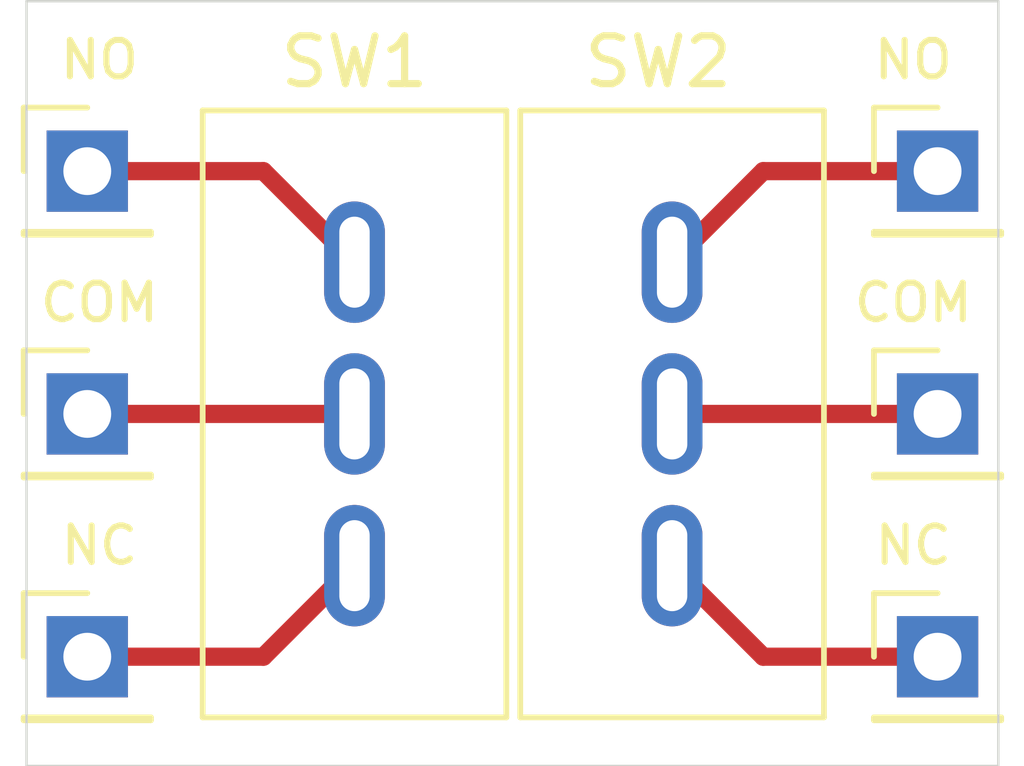
<source format=kicad_pcb>
(kicad_pcb (version 20171130) (host pcbnew "(5.1.10)-1")

  (general
    (thickness 1.6)
    (drawings 4)
    (tracks 10)
    (zones 0)
    (modules 8)
    (nets 7)
  )

  (page A4)
  (layers
    (0 F.Cu signal)
    (31 B.Cu signal)
    (32 B.Adhes user hide)
    (33 F.Adhes user hide)
    (34 B.Paste user hide)
    (35 F.Paste user hide)
    (36 B.SilkS user)
    (37 F.SilkS user)
    (38 B.Mask user)
    (39 F.Mask user)
    (40 Dwgs.User user hide)
    (41 Cmts.User user hide)
    (42 Eco1.User user hide)
    (43 Eco2.User user hide)
    (44 Edge.Cuts user)
    (45 Margin user hide)
    (46 B.CrtYd user hide)
    (47 F.CrtYd user hide)
    (48 B.Fab user hide)
    (49 F.Fab user hide)
  )

  (setup
    (last_trace_width 0.381)
    (trace_clearance 0.381)
    (zone_clearance 0.508)
    (zone_45_only no)
    (trace_min 0.2)
    (via_size 0.8)
    (via_drill 0.4)
    (via_min_size 0.4)
    (via_min_drill 0.3)
    (uvia_size 0.3)
    (uvia_drill 0.1)
    (uvias_allowed no)
    (uvia_min_size 0.2)
    (uvia_min_drill 0.1)
    (edge_width 0.05)
    (segment_width 0.2)
    (pcb_text_width 0.3)
    (pcb_text_size 1.5 1.5)
    (mod_edge_width 0.12)
    (mod_text_size 1 1)
    (mod_text_width 0.15)
    (pad_size 1.524 1.524)
    (pad_drill 0.762)
    (pad_to_mask_clearance 0)
    (aux_axis_origin 0 0)
    (visible_elements 7FFFFFFF)
    (pcbplotparams
      (layerselection 0x010e0_ffffffff)
      (usegerberextensions false)
      (usegerberattributes true)
      (usegerberadvancedattributes true)
      (creategerberjobfile true)
      (excludeedgelayer true)
      (linewidth 0.100000)
      (plotframeref false)
      (viasonmask false)
      (mode 1)
      (useauxorigin false)
      (hpglpennumber 1)
      (hpglpenspeed 20)
      (hpglpendiameter 15.000000)
      (psnegative false)
      (psa4output false)
      (plotreference true)
      (plotvalue true)
      (plotinvisibletext false)
      (padsonsilk false)
      (subtractmaskfromsilk false)
      (outputformat 1)
      (mirror false)
      (drillshape 0)
      (scaleselection 1)
      (outputdirectory "Gerbers"))
  )

  (net 0 "")
  (net 1 "Net-(COM1-Pad1)")
  (net 2 "Net-(COM2-Pad1)")
  (net 3 "Net-(NC1-Pad1)")
  (net 4 "Net-(NC2-Pad1)")
  (net 5 "Net-(NO1-Pad1)")
  (net 6 "Net-(NO2-Pad1)")

  (net_class Default "This is the default net class."
    (clearance 0.381)
    (trace_width 0.381)
    (via_dia 0.8)
    (via_drill 0.4)
    (uvia_dia 0.3)
    (uvia_drill 0.1)
    (add_net "Net-(COM1-Pad1)")
    (add_net "Net-(COM2-Pad1)")
    (add_net "Net-(NC1-Pad1)")
    (add_net "Net-(NC2-Pad1)")
    (add_net "Net-(NO1-Pad1)")
    (add_net "Net-(NO2-Pad1)")
  )

  (module Connector_PinHeader_2.54mm:PinHeader_1x01_P2.54mm_Vertical (layer F.Cu) (tedit 59FED5CC) (tstamp 6134D671)
    (at 135.636 88.138)
    (descr "Through hole straight pin header, 1x01, 2.54mm pitch, single row")
    (tags "Through hole pin header THT 1x01 2.54mm single row")
    (path /613552A8)
    (fp_text reference COM (at 0.254 -2.33) (layer F.SilkS)
      (effects (font (size 0.762 0.762) (thickness 0.127)))
    )
    (fp_text value Conn_01x01_Male (at 0 2.33) (layer F.Fab)
      (effects (font (size 1 1) (thickness 0.15)))
    )
    (fp_line (start -0.635 -1.27) (end 1.27 -1.27) (layer F.Fab) (width 0.1))
    (fp_line (start 1.27 -1.27) (end 1.27 1.27) (layer F.Fab) (width 0.1))
    (fp_line (start 1.27 1.27) (end -1.27 1.27) (layer F.Fab) (width 0.1))
    (fp_line (start -1.27 1.27) (end -1.27 -0.635) (layer F.Fab) (width 0.1))
    (fp_line (start -1.27 -0.635) (end -0.635 -1.27) (layer F.Fab) (width 0.1))
    (fp_line (start -1.33 1.33) (end 1.33 1.33) (layer F.SilkS) (width 0.12))
    (fp_line (start -1.33 1.27) (end -1.33 1.33) (layer F.SilkS) (width 0.12))
    (fp_line (start 1.33 1.27) (end 1.33 1.33) (layer F.SilkS) (width 0.12))
    (fp_line (start -1.33 1.27) (end 1.33 1.27) (layer F.SilkS) (width 0.12))
    (fp_line (start -1.33 0) (end -1.33 -1.33) (layer F.SilkS) (width 0.12))
    (fp_line (start -1.33 -1.33) (end 0 -1.33) (layer F.SilkS) (width 0.12))
    (fp_line (start -1.8 -1.8) (end -1.8 1.8) (layer F.CrtYd) (width 0.05))
    (fp_line (start -1.8 1.8) (end 1.8 1.8) (layer F.CrtYd) (width 0.05))
    (fp_line (start 1.8 1.8) (end 1.8 -1.8) (layer F.CrtYd) (width 0.05))
    (fp_line (start 1.8 -1.8) (end -1.8 -1.8) (layer F.CrtYd) (width 0.05))
    (fp_text user %R (at 0 0 90) (layer F.Fab)
      (effects (font (size 1 1) (thickness 0.15)))
    )
    (pad 1 thru_hole rect (at 0 0) (size 1.7 1.7) (drill 1) (layers *.Cu *.Mask)
      (net 1 "Net-(COM1-Pad1)"))
    (model ${KISYS3DMOD}/Connector_PinHeader_2.54mm.3dshapes/PinHeader_1x01_P2.54mm_Vertical.wrl
      (at (xyz 0 0 0))
      (scale (xyz 1 1 1))
      (rotate (xyz 0 0 0))
    )
  )

  (module Connector_PinHeader_2.54mm:PinHeader_1x01_P2.54mm_Vertical (layer F.Cu) (tedit 59FED5CC) (tstamp 6134D119)
    (at 153.416 88.138)
    (descr "Through hole straight pin header, 1x01, 2.54mm pitch, single row")
    (tags "Through hole pin header THT 1x01 2.54mm single row")
    (path /613552B2)
    (fp_text reference COM (at -0.508 -2.33) (layer F.SilkS)
      (effects (font (size 0.762 0.762) (thickness 0.127)))
    )
    (fp_text value Conn_01x01_Male (at 0 2.33) (layer F.Fab)
      (effects (font (size 1 1) (thickness 0.15)))
    )
    (fp_line (start 1.8 -1.8) (end -1.8 -1.8) (layer F.CrtYd) (width 0.05))
    (fp_line (start 1.8 1.8) (end 1.8 -1.8) (layer F.CrtYd) (width 0.05))
    (fp_line (start -1.8 1.8) (end 1.8 1.8) (layer F.CrtYd) (width 0.05))
    (fp_line (start -1.8 -1.8) (end -1.8 1.8) (layer F.CrtYd) (width 0.05))
    (fp_line (start -1.33 -1.33) (end 0 -1.33) (layer F.SilkS) (width 0.12))
    (fp_line (start -1.33 0) (end -1.33 -1.33) (layer F.SilkS) (width 0.12))
    (fp_line (start -1.33 1.27) (end 1.33 1.27) (layer F.SilkS) (width 0.12))
    (fp_line (start 1.33 1.27) (end 1.33 1.33) (layer F.SilkS) (width 0.12))
    (fp_line (start -1.33 1.27) (end -1.33 1.33) (layer F.SilkS) (width 0.12))
    (fp_line (start -1.33 1.33) (end 1.33 1.33) (layer F.SilkS) (width 0.12))
    (fp_line (start -1.27 -0.635) (end -0.635 -1.27) (layer F.Fab) (width 0.1))
    (fp_line (start -1.27 1.27) (end -1.27 -0.635) (layer F.Fab) (width 0.1))
    (fp_line (start 1.27 1.27) (end -1.27 1.27) (layer F.Fab) (width 0.1))
    (fp_line (start 1.27 -1.27) (end 1.27 1.27) (layer F.Fab) (width 0.1))
    (fp_line (start -0.635 -1.27) (end 1.27 -1.27) (layer F.Fab) (width 0.1))
    (fp_text user %R (at 0 0 90) (layer F.Fab)
      (effects (font (size 1 1) (thickness 0.15)))
    )
    (pad 1 thru_hole rect (at 0 0) (size 1.7 1.7) (drill 1) (layers *.Cu *.Mask)
      (net 2 "Net-(COM2-Pad1)"))
    (model ${KISYS3DMOD}/Connector_PinHeader_2.54mm.3dshapes/PinHeader_1x01_P2.54mm_Vertical.wrl
      (at (xyz 0 0 0))
      (scale (xyz 1 1 1))
      (rotate (xyz 0 0 0))
    )
  )

  (module Connector_PinHeader_2.54mm:PinHeader_1x01_P2.54mm_Vertical (layer F.Cu) (tedit 59FED5CC) (tstamp 6134D12E)
    (at 135.636 93.218)
    (descr "Through hole straight pin header, 1x01, 2.54mm pitch, single row")
    (tags "Through hole pin header THT 1x01 2.54mm single row")
    (path /61354D2F)
    (fp_text reference NC (at 0.254 -2.33) (layer F.SilkS)
      (effects (font (size 0.762 0.762) (thickness 0.127)))
    )
    (fp_text value Conn_01x01_Male (at 0 2.33) (layer F.Fab)
      (effects (font (size 1 1) (thickness 0.15)))
    )
    (fp_line (start 1.8 -1.8) (end -1.8 -1.8) (layer F.CrtYd) (width 0.05))
    (fp_line (start 1.8 1.8) (end 1.8 -1.8) (layer F.CrtYd) (width 0.05))
    (fp_line (start -1.8 1.8) (end 1.8 1.8) (layer F.CrtYd) (width 0.05))
    (fp_line (start -1.8 -1.8) (end -1.8 1.8) (layer F.CrtYd) (width 0.05))
    (fp_line (start -1.33 -1.33) (end 0 -1.33) (layer F.SilkS) (width 0.12))
    (fp_line (start -1.33 0) (end -1.33 -1.33) (layer F.SilkS) (width 0.12))
    (fp_line (start -1.33 1.27) (end 1.33 1.27) (layer F.SilkS) (width 0.12))
    (fp_line (start 1.33 1.27) (end 1.33 1.33) (layer F.SilkS) (width 0.12))
    (fp_line (start -1.33 1.27) (end -1.33 1.33) (layer F.SilkS) (width 0.12))
    (fp_line (start -1.33 1.33) (end 1.33 1.33) (layer F.SilkS) (width 0.12))
    (fp_line (start -1.27 -0.635) (end -0.635 -1.27) (layer F.Fab) (width 0.1))
    (fp_line (start -1.27 1.27) (end -1.27 -0.635) (layer F.Fab) (width 0.1))
    (fp_line (start 1.27 1.27) (end -1.27 1.27) (layer F.Fab) (width 0.1))
    (fp_line (start 1.27 -1.27) (end 1.27 1.27) (layer F.Fab) (width 0.1))
    (fp_line (start -0.635 -1.27) (end 1.27 -1.27) (layer F.Fab) (width 0.1))
    (fp_text user %R (at 0 0 90) (layer F.Fab)
      (effects (font (size 1 1) (thickness 0.15)))
    )
    (pad 1 thru_hole rect (at 0 0) (size 1.7 1.7) (drill 1) (layers *.Cu *.Mask)
      (net 3 "Net-(NC1-Pad1)"))
    (model ${KISYS3DMOD}/Connector_PinHeader_2.54mm.3dshapes/PinHeader_1x01_P2.54mm_Vertical.wrl
      (at (xyz 0 0 0))
      (scale (xyz 1 1 1))
      (rotate (xyz 0 0 0))
    )
  )

  (module Connector_PinHeader_2.54mm:PinHeader_1x01_P2.54mm_Vertical (layer F.Cu) (tedit 59FED5CC) (tstamp 6134D79F)
    (at 153.416 93.218)
    (descr "Through hole straight pin header, 1x01, 2.54mm pitch, single row")
    (tags "Through hole pin header THT 1x01 2.54mm single row")
    (path /61355CF0)
    (fp_text reference NC (at -0.508 -2.33) (layer F.SilkS)
      (effects (font (size 0.762 0.762) (thickness 0.127)))
    )
    (fp_text value Conn_01x01_Male (at 0 2.33) (layer F.Fab)
      (effects (font (size 1 1) (thickness 0.15)))
    )
    (fp_line (start 1.8 -1.8) (end -1.8 -1.8) (layer F.CrtYd) (width 0.05))
    (fp_line (start 1.8 1.8) (end 1.8 -1.8) (layer F.CrtYd) (width 0.05))
    (fp_line (start -1.8 1.8) (end 1.8 1.8) (layer F.CrtYd) (width 0.05))
    (fp_line (start -1.8 -1.8) (end -1.8 1.8) (layer F.CrtYd) (width 0.05))
    (fp_line (start -1.33 -1.33) (end 0 -1.33) (layer F.SilkS) (width 0.12))
    (fp_line (start -1.33 0) (end -1.33 -1.33) (layer F.SilkS) (width 0.12))
    (fp_line (start -1.33 1.27) (end 1.33 1.27) (layer F.SilkS) (width 0.12))
    (fp_line (start 1.33 1.27) (end 1.33 1.33) (layer F.SilkS) (width 0.12))
    (fp_line (start -1.33 1.27) (end -1.33 1.33) (layer F.SilkS) (width 0.12))
    (fp_line (start -1.33 1.33) (end 1.33 1.33) (layer F.SilkS) (width 0.12))
    (fp_line (start -1.27 -0.635) (end -0.635 -1.27) (layer F.Fab) (width 0.1))
    (fp_line (start -1.27 1.27) (end -1.27 -0.635) (layer F.Fab) (width 0.1))
    (fp_line (start 1.27 1.27) (end -1.27 1.27) (layer F.Fab) (width 0.1))
    (fp_line (start 1.27 -1.27) (end 1.27 1.27) (layer F.Fab) (width 0.1))
    (fp_line (start -0.635 -1.27) (end 1.27 -1.27) (layer F.Fab) (width 0.1))
    (fp_text user %R (at 0 0 90) (layer F.Fab)
      (effects (font (size 1 1) (thickness 0.15)))
    )
    (pad 1 thru_hole rect (at 0 0) (size 1.7 1.7) (drill 1) (layers *.Cu *.Mask)
      (net 4 "Net-(NC2-Pad1)"))
    (model ${KISYS3DMOD}/Connector_PinHeader_2.54mm.3dshapes/PinHeader_1x01_P2.54mm_Vertical.wrl
      (at (xyz 0 0 0))
      (scale (xyz 1 1 1))
      (rotate (xyz 0 0 0))
    )
  )

  (module Connector_PinHeader_2.54mm:PinHeader_1x01_P2.54mm_Vertical (layer F.Cu) (tedit 59FED5CC) (tstamp 6134D158)
    (at 135.636 83.058)
    (descr "Through hole straight pin header, 1x01, 2.54mm pitch, single row")
    (tags "Through hole pin header THT 1x01 2.54mm single row")
    (path /61354867)
    (fp_text reference NO (at 0.254 -2.33) (layer F.SilkS)
      (effects (font (size 0.762 0.762) (thickness 0.127)))
    )
    (fp_text value Conn_01x01_Male (at 0 2.33) (layer F.Fab)
      (effects (font (size 1 1) (thickness 0.15)))
    )
    (fp_line (start -0.635 -1.27) (end 1.27 -1.27) (layer F.Fab) (width 0.1))
    (fp_line (start 1.27 -1.27) (end 1.27 1.27) (layer F.Fab) (width 0.1))
    (fp_line (start 1.27 1.27) (end -1.27 1.27) (layer F.Fab) (width 0.1))
    (fp_line (start -1.27 1.27) (end -1.27 -0.635) (layer F.Fab) (width 0.1))
    (fp_line (start -1.27 -0.635) (end -0.635 -1.27) (layer F.Fab) (width 0.1))
    (fp_line (start -1.33 1.33) (end 1.33 1.33) (layer F.SilkS) (width 0.12))
    (fp_line (start -1.33 1.27) (end -1.33 1.33) (layer F.SilkS) (width 0.12))
    (fp_line (start 1.33 1.27) (end 1.33 1.33) (layer F.SilkS) (width 0.12))
    (fp_line (start -1.33 1.27) (end 1.33 1.27) (layer F.SilkS) (width 0.12))
    (fp_line (start -1.33 0) (end -1.33 -1.33) (layer F.SilkS) (width 0.12))
    (fp_line (start -1.33 -1.33) (end 0 -1.33) (layer F.SilkS) (width 0.12))
    (fp_line (start -1.8 -1.8) (end -1.8 1.8) (layer F.CrtYd) (width 0.05))
    (fp_line (start -1.8 1.8) (end 1.8 1.8) (layer F.CrtYd) (width 0.05))
    (fp_line (start 1.8 1.8) (end 1.8 -1.8) (layer F.CrtYd) (width 0.05))
    (fp_line (start 1.8 -1.8) (end -1.8 -1.8) (layer F.CrtYd) (width 0.05))
    (fp_text user %R (at 0 0 90) (layer F.Fab)
      (effects (font (size 1 1) (thickness 0.15)))
    )
    (pad 1 thru_hole rect (at 0 0) (size 1.7 1.7) (drill 1) (layers *.Cu *.Mask)
      (net 5 "Net-(NO1-Pad1)"))
    (model ${KISYS3DMOD}/Connector_PinHeader_2.54mm.3dshapes/PinHeader_1x01_P2.54mm_Vertical.wrl
      (at (xyz 0 0 0))
      (scale (xyz 1 1 1))
      (rotate (xyz 0 0 0))
    )
  )

  (module Connector_PinHeader_2.54mm:PinHeader_1x01_P2.54mm_Vertical (layer F.Cu) (tedit 59FED5CC) (tstamp 6134D16D)
    (at 153.416 83.058)
    (descr "Through hole straight pin header, 1x01, 2.54mm pitch, single row")
    (tags "Through hole pin header THT 1x01 2.54mm single row")
    (path /61355CE6)
    (fp_text reference NO (at -0.508 -2.33) (layer F.SilkS)
      (effects (font (size 0.762 0.762) (thickness 0.127)))
    )
    (fp_text value Conn_01x01_Male (at 0 2.33) (layer F.Fab)
      (effects (font (size 1 1) (thickness 0.15)))
    )
    (fp_line (start -0.635 -1.27) (end 1.27 -1.27) (layer F.Fab) (width 0.1))
    (fp_line (start 1.27 -1.27) (end 1.27 1.27) (layer F.Fab) (width 0.1))
    (fp_line (start 1.27 1.27) (end -1.27 1.27) (layer F.Fab) (width 0.1))
    (fp_line (start -1.27 1.27) (end -1.27 -0.635) (layer F.Fab) (width 0.1))
    (fp_line (start -1.27 -0.635) (end -0.635 -1.27) (layer F.Fab) (width 0.1))
    (fp_line (start -1.33 1.33) (end 1.33 1.33) (layer F.SilkS) (width 0.12))
    (fp_line (start -1.33 1.27) (end -1.33 1.33) (layer F.SilkS) (width 0.12))
    (fp_line (start 1.33 1.27) (end 1.33 1.33) (layer F.SilkS) (width 0.12))
    (fp_line (start -1.33 1.27) (end 1.33 1.27) (layer F.SilkS) (width 0.12))
    (fp_line (start -1.33 0) (end -1.33 -1.33) (layer F.SilkS) (width 0.12))
    (fp_line (start -1.33 -1.33) (end 0 -1.33) (layer F.SilkS) (width 0.12))
    (fp_line (start -1.8 -1.8) (end -1.8 1.8) (layer F.CrtYd) (width 0.05))
    (fp_line (start -1.8 1.8) (end 1.8 1.8) (layer F.CrtYd) (width 0.05))
    (fp_line (start 1.8 1.8) (end 1.8 -1.8) (layer F.CrtYd) (width 0.05))
    (fp_line (start 1.8 -1.8) (end -1.8 -1.8) (layer F.CrtYd) (width 0.05))
    (fp_text user %R (at 0 0 90) (layer F.Fab)
      (effects (font (size 1 1) (thickness 0.15)))
    )
    (pad 1 thru_hole rect (at 0 0) (size 1.7 1.7) (drill 1) (layers *.Cu *.Mask)
      (net 6 "Net-(NO2-Pad1)"))
    (model ${KISYS3DMOD}/Connector_PinHeader_2.54mm.3dshapes/PinHeader_1x01_P2.54mm_Vertical.wrl
      (at (xyz 0 0 0))
      (scale (xyz 1 1 1))
      (rotate (xyz 0 0 0))
    )
  )

  (module "BreakoutBoards:Slide Switch Solder Tab" (layer F.Cu) (tedit 6134237E) (tstamp 6134D178)
    (at 141.224 88.138 180)
    (path /6134FC9F)
    (fp_text reference SW1 (at 0 7.366) (layer F.SilkS)
      (effects (font (size 1 1) (thickness 0.15)))
    )
    (fp_text value SW_SPDT (at 0.635 8.255) (layer F.Fab)
      (effects (font (size 1 1) (thickness 0.15)))
    )
    (fp_line (start -3.175 -6.35) (end -3.175 6.35) (layer F.SilkS) (width 0.12))
    (fp_line (start -3.175 6.35) (end 3.175 6.35) (layer F.SilkS) (width 0.12))
    (fp_line (start 3.175 6.35) (end 3.175 -6.35) (layer F.SilkS) (width 0.12))
    (fp_line (start 3.175 -6.35) (end -3.175 -6.35) (layer F.SilkS) (width 0.12))
    (pad 2 thru_hole oval (at 0 0 180) (size 1.27 2.54) (drill oval 0.635 1.905) (layers *.Cu *.Mask)
      (net 1 "Net-(COM1-Pad1)"))
    (pad 1 thru_hole oval (at 0 -3.175 180) (size 1.27 2.54) (drill oval 0.635 1.905) (layers *.Cu *.Mask)
      (net 3 "Net-(NC1-Pad1)"))
    (pad 3 thru_hole oval (at 0 3.175 180) (size 1.27 2.54) (drill oval 0.635 1.905) (layers *.Cu *.Mask)
      (net 5 "Net-(NO1-Pad1)"))
  )

  (module "BreakoutBoards:Slide Switch Solder Tab" (layer F.Cu) (tedit 6134237E) (tstamp 6134D3A5)
    (at 147.865001 88.138 180)
    (path /61350836)
    (fp_text reference SW2 (at 0.291001 7.366) (layer F.SilkS)
      (effects (font (size 1 1) (thickness 0.15)))
    )
    (fp_text value SW_SPDT (at 0.635 8.255) (layer F.Fab)
      (effects (font (size 1 1) (thickness 0.15)))
    )
    (fp_line (start 3.175 -6.35) (end -3.175 -6.35) (layer F.SilkS) (width 0.12))
    (fp_line (start 3.175 6.35) (end 3.175 -6.35) (layer F.SilkS) (width 0.12))
    (fp_line (start -3.175 6.35) (end 3.175 6.35) (layer F.SilkS) (width 0.12))
    (fp_line (start -3.175 -6.35) (end -3.175 6.35) (layer F.SilkS) (width 0.12))
    (pad 3 thru_hole oval (at 0 3.175 180) (size 1.27 2.54) (drill oval 0.635 1.905) (layers *.Cu *.Mask)
      (net 6 "Net-(NO2-Pad1)"))
    (pad 1 thru_hole oval (at 0 -3.175 180) (size 1.27 2.54) (drill oval 0.635 1.905) (layers *.Cu *.Mask)
      (net 4 "Net-(NC2-Pad1)"))
    (pad 2 thru_hole oval (at 0 0 180) (size 1.27 2.54) (drill oval 0.635 1.905) (layers *.Cu *.Mask)
      (net 2 "Net-(COM2-Pad1)"))
  )

  (gr_line (start 154.686 79.502) (end 134.366 79.502) (layer Edge.Cuts) (width 0.05) (tstamp 613494AA))
  (gr_line (start 154.686 95.504) (end 154.686 79.502) (layer Edge.Cuts) (width 0.05))
  (gr_line (start 134.366 95.504) (end 154.686 95.504) (layer Edge.Cuts) (width 0.05))
  (gr_line (start 134.366 79.502) (end 134.366 95.504) (layer Edge.Cuts) (width 0.05))

  (segment (start 135.636 88.138) (end 141.224 88.138) (width 0.381) (layer F.Cu) (net 1))
  (segment (start 153.416 88.138) (end 147.865001 88.138) (width 0.381) (layer F.Cu) (net 2))
  (segment (start 139.319 93.218) (end 141.224 91.313) (width 0.381) (layer F.Cu) (net 3))
  (segment (start 135.636 93.218) (end 139.319 93.218) (width 0.381) (layer F.Cu) (net 3))
  (segment (start 149.770001 93.218) (end 147.865001 91.313) (width 0.381) (layer F.Cu) (net 4))
  (segment (start 153.416 93.218) (end 149.770001 93.218) (width 0.381) (layer F.Cu) (net 4))
  (segment (start 139.319 83.058) (end 141.224 84.963) (width 0.381) (layer F.Cu) (net 5))
  (segment (start 135.636 83.058) (end 139.319 83.058) (width 0.381) (layer F.Cu) (net 5))
  (segment (start 149.770001 83.058) (end 147.865001 84.963) (width 0.381) (layer F.Cu) (net 6))
  (segment (start 153.416 83.058) (end 149.770001 83.058) (width 0.381) (layer F.Cu) (net 6))

)

</source>
